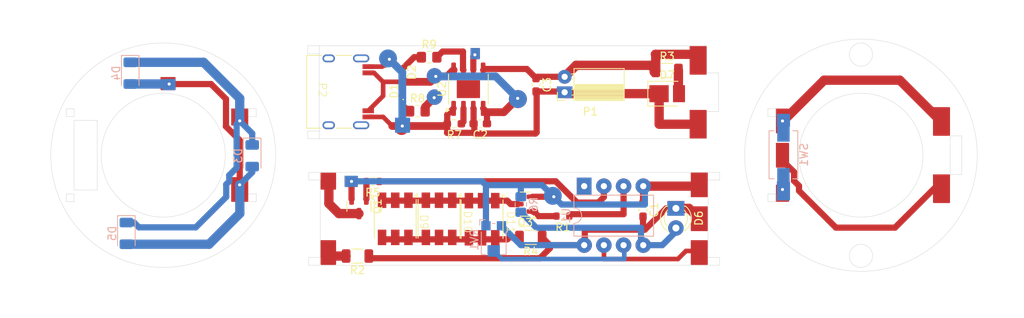
<source format=kicad_pcb>
(kicad_pcb (version 20240108) (generator "pcbnew") (generator_version "8.0")
  (layers (0 "F.Cu" signal) (31 "B.Cu" signal) (34 "B.Paste" user) (35 "F.Paste" user) (36 "B.SilkS" user "B.Silkscreen") (37 "F.SilkS" user "F.Silkscreen") (38 "B.Mask" user) (39 "F.Mask" user) (44 "Edge.Cuts" user))
  (net 0 "")
  (net 1 "Net-(D3-K)")
  (net 2 "Net-(D3-A)")
  (net 3 "/Fotodiode_Sensor/Fotodiode_Sensor_Out")
  (net 4 "+5C")
  (net 5 "GND")
  (net 6 "Net-(D7-A)")
  (net 7 "Net-(D10-A)")
  (net 8 "Net-(D10-K)")
  (net 9 "Net-(Q1-B)")
  (net 10 "Net-(Q3-B)")
  (net 11 "/Inside_LED/Inside_LED_Logic")
  (net 12 "/Outside_LED/Outside_LED_Logic")
  (net 13 "Net-(U1-PB1)")
  (net 14 "Net-(U1-PB2)")
  (net 19 "Net-(U2-PROG)")
  (net 20 "Net-(D1-K)")
  (net 21 "Net-(U2-~{STDBY})")
  (net 22 "Net-(D2-K)")
  (net 23 "Net-(U2-~{CHRG})")
  (net 24 "USB +5V")
  (footprint "Resistor_SMD:R_0603_1608Metric" (layer "F.Cu") (at 151.555 107.87 180)
    (property "Reference" "R1" (at 0 -1.43 0) (layer "F.SilkS"))
    (property "Value" "1k")
    (pad "1" smd roundrect (at -0.825 0 180) (size 0.8 0.95) (layers "F.Cu" "F.Paste" "F.Mask") (net 11 "/Inside_LED/Inside_LED_Logic"))
    (pad "2" smd roundrect (at 0.825 0 180) (size 0.8 0.95) (layers "F.Cu" "F.Paste" "F.Mask") (net 10 "Net-(Q3-B)"))
  )
  (footprint "Resistor_SMD:R_1206_3216Metric" (layer "F.Cu") (at 147.4175 110.62 180)
    (property "Reference" "R4" (at 0 -1.82 0) (layer "F.SilkS"))
    (property "Value" "50")
    (pad "1" smd roundrect (at -1.4625 0 180) (size 1.125 1.75) (layers "F.Cu" "F.Paste" "F.Mask") (roundrect_rratio 0.222222) (net 4 "+5C"))
    (pad "2" smd roundrect (at 1.4625 0 180) (size 1.125 1.75) (layers "F.Cu" "F.Paste" "F.Mask") (roundrect_rratio 0.222222) (net 7 "Net-(D10-A)"))
  )
  (footprint "Resistor_SMD:R_1206_3216Metric" (layer "F.Cu") (at 125.0575 113.03 180)
    (property "Reference" "R2" (at 0 -1.82 0) (layer "F.SilkS"))
    (property "Value" "50")
    (pad "1" smd roundrect (at -1.4625 0 180) (size 1.125 1.75) (layers "F.Cu" "F.Paste" "F.Mask") (roundrect_rratio 0.222222) (net 4 "+5C"))
    (pad "2" smd roundrect (at 1.4625 0 180) (size 1.125 1.75) (layers "F.Cu" "F.Paste" "F.Mask") (roundrect_rratio 0.222222) (net 2 "Net-(D3-A)"))
  )
  (footprint "Connector_PinSocket_2.00mm:PinSocket_1x02_P2.00mm_Horizontal" (layer "F.Cu") (at 151.78 91.87 180)
    (property "Reference" "P1" (at -3.31 -2.5 0) (layer "F.SilkS"))
    (property "Value" "Conn_Plug_2P")
    (pad "1" thru_hole rect (at 0 0 180) (size 2 1.5) (drill 0.8) (layers "*.Cu" "*.Mask") (net 5 "GND"))
    (pad "2" thru_hole circle (at 0 2 180) (size 1.8 1.8) (drill 0.8) (layers "*.Cu" "*.Mask") (net 4 "+5C"))
  )
  (footprint "LED_SMD:LED_0402_1005Metric" (layer "F.Cu") (at 130.95 91.715 90)
    (property "Reference" "D1" (at 0 -1.17 90) (layer "F.SilkS"))
    (property "Value" "LED")
    (pad "1" smd roundrect (at -0.485 0 90) (size 0.59 0.64) (layers "F.Cu" "F.Paste" "F.Mask") (net 20 "Net-(D1-K)"))
    (pad "2" smd roundrect (at 0.485 0 90) (size 0.59 0.64) (layers "F.Cu" "F.Paste" "F.Mask") (net 24 "USB +5V"))
  )
  (footprint "Package_TO_SOT_SMD:SOT-23" (layer "F.Cu") (at 125.25 106.6075 -90)
    (property "Reference" "Q1" (at 0 -2.4 90) (layer "F.SilkS"))
    (property "Value" "BC817")
    (pad "1" smd roundrect (at -0.9375 -0.95 270) (size 1.475 0.6) (layers "F.Cu" "F.Paste" "F.Mask") (net 9 "Net-(Q1-B)"))
    (pad "2" smd roundrect (at -0.9375 0.95 270) (size 1.475 0.6) (layers "F.Cu" "F.Paste" "F.Mask") (net 5 "GND"))
    (pad "3" smd roundrect (at 0.9375 0 270) (size 1.475 0.6) (layers "F.Cu" "F.Paste" "F.Mask") (net 1 "Net-(D3-K)"))
  )
  (footprint "Custom_LED:LED_5050" (layer "F.Cu") (at 140.83 108.17 -90)
    (property "Reference" "D11" (at 0.5 -4 -90) (layer "F.SilkS") (effects (font (thickness 0.1))))
    (property "Value" "LED")
    (pad "1" smd rect (at -2.3 -2) (size 1.1 2) (layers "F.Cu" "F.Paste" "F.Mask") (net 8 "Net-(D10-K)"))
    (pad "1" smd rect (at -2.3 -0.3) (size 1.1 2) (layers "F.Cu" "F.Paste" "F.Mask") (net 8 "Net-(D10-K)"))
    (pad "1" smd rect (at -2.3 1.4) (size 1.1 2) (layers "F.Cu" "F.Paste" "F.Mask") (net 8 "Net-(D10-K)"))
    (pad "2" smd rect (at 2.5 -2) (size 1.1 2) (layers "F.Cu" "F.Paste" "F.Mask") (net 7 "Net-(D10-A)"))
    (pad "2" smd rect (at 2.5 -0.3) (size 1.1 2) (layers "F.Cu" "F.Paste" "F.Mask") (net 7 "Net-(D10-A)"))
    (pad "2" smd rect (at 2.5 1.4) (size 1.1 2) (layers "F.Cu" "F.Paste" "F.Mask") (net 7 "Net-(D10-A)"))
  )
  (footprint "LED_SMD:LED_0402_1005Metric" (layer "F.Cu") (at 130.89 89.295 -90)
    (property "Reference" "D2" (at 0 -1.17 90) (layer "F.SilkS"))
    (property "Value" "LED")
    (pad "1" smd roundrect (at -0.485 0 270) (size 0.59 0.64) (layers "F.Cu" "F.Paste" "F.Mask") (net 22 "Net-(D2-K)"))
    (pad "2" smd roundrect (at 0.485 0 270) (size 0.59 0.64) (layers "F.Cu" "F.Paste" "F.Mask") (net 24 "USB +5V"))
  )
  (footprint "Capacitor_SMD:C_0603_1608Metric_Pad1.08x0.95mm_HandSolder" (layer "F.Cu") (at 140.8975 95.93 180)
    (property "Reference" "C2" (at 0 -1.43 0) (layer "F.SilkS"))
    (property "Value" "10uF")
    (pad "1" smd roundrect (at -0.8625 0 180) (size 1.075 0.95) (layers "F.Cu" "F.Paste" "F.Mask") (net 24 "USB +5V"))
    (pad "2" smd roundrect (at 0.8625 0 180) (size 1.075 0.95) (layers "F.Cu" "F.Paste" "F.Mask") (net 5 "GND"))
  )
  (footprint "LED_SMD:LED_PLCC_2835_Handsoldering" (layer "F.Cu") (at 165.005 92.05)
    (property "Reference" "D7" (at 0 -2.4 0) (layer "F.SilkS"))
    (property "Value" "LED")
    (pad "1" smd rect (at -1.05 0) (size 2.5 2.2) (layers "F.Cu" "F.Paste" "F.Mask") (net 5 "GND"))
    (pad "2" smd rect (at 1.525 0) (size 1.55 2.2) (layers "F.Cu" "F.Paste" "F.Mask") (net 6 "Net-(D7-A)"))
  )
  (footprint "Resistor_SMD:R_1206_3216Metric" (layer "F.Cu") (at 164.9925 89.05)
    (property "Reference" "R3" (at 0 -1.82 0) (layer "F.SilkS"))
    (property "Value" "R")
    (pad "1" smd roundrect (at -1.4625 0) (size 1.125 1.75) (layers "F.Cu" "F.Paste" "F.Mask") (roundrect_rratio 0.222222) (net 4 "+5C"))
    (pad "2" smd roundrect (at 1.4625 0) (size 1.125 1.75) (layers "F.Cu" "F.Paste" "F.Mask") (roundrect_rratio 0.222222) (net 6 "Net-(D7-A)"))
  )
  (footprint "Custom_LED:LED_5050" (layer "F.Cu") (at 135.28 108.12 -90)
    (property "Reference" "D10" (at 0.5 -4 -90) (layer "F.SilkS") (effects (font (thickness 0.1))))
    (property "Value" "LED")
    (pad "1" smd rect (at -2.3 -2) (size 1.1 2) (layers "F.Cu" "F.Paste" "F.Mask") (net 8 "Net-(D10-K)"))
    (pad "1" smd rect (at -2.3 -0.3) (size 1.1 2) (layers "F.Cu" "F.Paste" "F.Mask") (net 8 "Net-(D10-K)"))
    (pad "1" smd rect (at -2.3 1.4) (size 1.1 2) (layers "F.Cu" "F.Paste" "F.Mask") (net 8 "Net-(D10-K)"))
    (pad "2" smd rect (at 2.5 -2) (size 1.1 2) (layers "F.Cu" "F.Paste" "F.Mask") (net 7 "Net-(D10-A)"))
    (pad "2" smd rect (at 2.5 -0.3) (size 1.1 2) (layers "F.Cu" "F.Paste" "F.Mask") (net 7 "Net-(D10-A)"))
    (pad "2" smd rect (at 2.5 1.4) (size 1.1 2) (layers "F.Cu" "F.Paste" "F.Mask") (net 7 "Net-(D10-A)"))
  )
  (footprint "Custom_footprint:USB_C_POWER_ONLY" (layer "F.Cu") (at 120.05 91.57 -90)
    (property "Reference" "P2" (at 0 -0.5 -90) (layer "F.SilkS") (effects (font (thickness 0.1))))
    (property "Value" "USB_C_Plug")
    (pad "A1" smd rect (at -3.01 -6.395 270) (size 0.6 1.45) (layers "F.Cu" "F.Paste" "F.Mask") (net 5 "GND"))
    (pad "A4" smd rect (at -2.21 -6.395 270) (size 0.6 1.45) (layers "F.Cu" "F.Paste" "F.Mask") (net 24 "USB +5V"))
    (pad "A9" smd rect (at 2.69 -6.395 270) (size 0.6 1.45) (layers "F.Cu" "F.Paste" "F.Mask") (net 24 "USB +5V"))
    (pad "A12" smd rect (at 3.49 -6.395 270) (size 0.6 1.45) (layers "F.Cu" "F.Paste" "F.Mask") (net 5 "GND"))
    (pad "B1" smd rect (at 3.49 -6.395 270) (size 0.6 1.45) (layers "F.Cu" "F.Paste" "F.Mask") (net 5 "GND"))
    (pad "B4" smd rect (at 2.69 -6.395 270) (size 0.6 1.45) (layers "F.Cu" "F.Paste" "F.Mask") (net 24 "USB +5V"))
    (pad "B9" smd rect (at -2.21 -6.395 270) (size 0.6 1.45) (layers "F.Cu" "F.Paste" "F.Mask") (net 24 "USB +5V"))
    (pad "B12" smd rect (at -3.01 -6.395 270) (size 0.6 1.45) (layers "F.Cu" "F.Paste" "F.Mask") (net 5 "GND"))
    (pad "S1" thru_hole oval (at -4.08 -5.48 270) (size 1 2.1) (drill oval 0.6 1.7) (property pad_prop_heatsink) (layers "*.Cu" "*.Mask"))
    (pad "S1" thru_hole oval (at -4.08 -1.3 270) (size 1 1.6) (drill oval 0.6 1.2) (property pad_prop_heatsink) (layers "*.Cu" "*.Mask"))
    (pad "S1" thru_hole oval (at 4.56 -5.48 270) (size 1 2.1) (drill oval 0.6 1.7) (property pad_prop_heatsink) (layers "*.Cu" "*.Mask"))
    (pad "S1" thru_hole oval (at 4.56 -1.3 270) (size 1 1.6) (drill oval 0.6 1.2) (property pad_prop_heatsink) (layers "*.Cu" "*.Mask"))
  )
  (footprint "Resistor_SMD:R_0603_1608Metric" (layer "F.Cu") (at 127.035 103.4 180)
    (property "Reference" "R5" (at 0 -1.43 0) (layer "F.SilkS"))
    (property "Value" "1k")
    (pad "1" smd roundrect (at -0.825 0 180) (size 0.8 0.95) (layers "F.Cu" "F.Paste" "F.Mask") (net 12 "/Outside_LED/Outside_LED_Logic"))
    (pad "2" smd roundrect (at 0.825 0 180) (size 0.8 0.95) (layers "F.Cu" "F.Paste" "F.Mask") (net 9 "Net-(Q1-B)"))
  )
  (footprint "Package_SO:SOIC-8-1EP_3.9x4.9mm_P1.27mm_EP2.29x3mm" (layer "F.Cu") (at 139.365 91.475 90)
    (property "Reference" "U2" (at 0 -3.4 90) (layer "F.SilkS"))
    (property "Value" "TP4056")
    (pad "1" smd roundrect (at -2.475 -1.905 90) (size 1.95 0.6) (layers "F.Cu" "F.Paste" "F.Mask") (net 5 "GND"))
    (pad "2" smd roundrect (at -2.475 -0.635 90) (size 1.95 0.6) (layers "F.Cu" "F.Paste" "F.Mask") (net 19 "Net-(U2-PROG)"))
    (pad "3" smd roundrect (at -2.475 0.635 90) (size 1.95 0.6) (layers "F.Cu" "F.Paste" "F.Mask") (net 5 "GND"))
    (pad "4" smd roundrect (at -2.475 1.905 90) (size 1.95 0.6) (layers "F.Cu" "F.Paste" "F.Mask") (net 24 "USB +5V"))
    (pad "5" smd roundrect (at 2.475 1.905 90) (size 1.95 0.6) (layers "F.Cu" "F.Paste" "F.Mask") (net 4 "+5C"))
    (pad "6" smd roundrect (at 2.475 0.635 90) (size 1.95 0.6) (layers "F.Cu" "F.Paste" "F.Mask") (net 21 "Net-(U2-~{STDBY})"))
    (pad "7" smd roundrect (at 2.475 -0.635 90) (size 1.95 0.6) (layers "F.Cu" "F.Paste" "F.Mask") (net 23 "Net-(U2-~{CHRG})"))
    (pad "8" smd roundrect (at 2.475 -1.905 90) (size 1.95 0.6) (layers "F.Cu" "F.Paste" "F.Mask") (net 24 "USB +5V"))
    (pad "9" smd rect (at 0 0 90) (size 2.29 3) (property pad_prop_heatsink) (layers "F.Cu" "F.Mask"))
  )
  (footprint "Capacitor_SMD:C_0603_1608Metric_Pad1.08x0.95mm_HandSolder" (layer "F.Cu") (at 161.89 107.0725 -90)
    (property "Reference" "C1" (at 0 -1.43 90) (layer "F.SilkS"))
    (property "Value" "100nF")
    (pad "1" smd roundrect (at -0.8625 0 270) (size 1.075 0.95) (layers "F.Cu" "F.Paste" "F.Mask") (net 5 "GND"))
    (pad "2" smd roundrect (at 0.8625 0 270) (size 1.075 0.95) (layers "F.Cu" "F.Paste" "F.Mask") (net 4 "+5C"))
  )
  (footprint "Resistor_SMD:R_0603_1608Metric_Pad0.98x0.95mm_HandSolder" (layer "F.Cu") (at 137.5475 95.94 180)
    (property "Reference" "R7" (at 0 -1.43 180) (layer "F.SilkS"))
    (property "Value" "4k")
    (pad "1" smd roundrect (at -0.9125 0 180) (size 0.975 0.95) (layers "F.Cu" "F.Paste" "F.Mask") (net 19 "Net-(U2-PROG)"))
    (pad "2" smd roundrect (at 0.9125 0 180) (size 0.975 0.95) (layers "F.Cu" "F.Paste" "F.Mask") (net 5 "GND"))
  )
  (footprint "Resistor_SMD:R_0805_2012Metric_Pad1.20x1.40mm_HandSolder" (layer "F.Cu") (at 132.79 94.31)
    (property "Reference" "R8" (at 0 -1.65 0) (layer "F.SilkS"))
    (property "Value" "1k")
    (pad "1" smd roundrect (at -1 0) (size 1.2 1.4) (layers "F.Cu" "F.Paste" "F.Mask") (roundrect_rratio 0.208333) (net 20 "Net-(D1-K)"))
    (pad "2" smd roundrect (at 1 0) (size 1.2 1.4) (layers "F.Cu" "F.Paste" "F.Mask") (roundrect_rratio 0.208333) (net 21 "Net-(U2-~{STDBY})"))
  )
  (footprint "Capacitor_SMD:C_0603_1608Metric_Pad1.08x0.95mm_HandSolder" (layer "F.Cu") (at 148.09 90.9125 -90)
    (property "Reference" "C3" (at 0 -1.43 90) (layer "F.SilkS"))
    (property "Value" "10uF")
    (pad "1" smd roundrect (at -0.8625 0 270) (size 1.075 0.95) (layers "F.Cu" "F.Paste" "F.Mask") (net 4 "+5C"))
    (pad "2" smd roundrect (at 0.8625 0 270) (size 1.075 0.95) (layers "F.Cu" "F.Paste" "F.Mask") (net 5 "GND"))
  )
  (footprint "Custom_LED:LED_5050" (layer "F.Cu") (at 129.63 108.12 -90)
    (property "Reference" "D9" (at 0.5 -4 -90) (layer "F.SilkS") (effects (font (thickness 0.1))))
    (property "Value" "LED")
    (pad "1" smd rect (at -2.3 -2) (size 1.1 2) (layers "F.Cu" "F.Paste" "F.Mask") (net 8 "Net-(D10-K)"))
    (pad "1" smd rect (at -2.3 -0.3) (size 1.1 2) (layers "F.Cu" "F.Paste" "F.Mask") (net 8 "Net-(D10-K)"))
    (pad "1" smd rect (at -2.3 1.4) (size 1.1 2) (layers "F.Cu" "F.Paste" "F.Mask") (net 8 "Net-(D10-K)"))
    (pad "2" smd rect (at 2.5 -2) (size 1.1 2) (layers "F.Cu" "F.Paste" "F.Mask") (net 7 "Net-(D10-A)"))
    (pad "2" smd rect (at 2.5 -0.3) (size 1.1 2) (layers "F.Cu" "F.Paste" "F.Mask") (net 7 "Net-(D10-A)"))
    (pad "2" smd rect (at 2.5 1.4) (size 1.1 2) (layers "F.Cu" "F.Paste" "F.Mask") (net 7 "Net-(D10-A)"))
  )
  (footprint "Resistor_SMD:R_0805_2012Metric_Pad1.20x1.40mm_HandSolder" (layer "F.Cu") (at 134.3 87.34)
    (property "Reference" "R9" (at 0 -1.65 0) (layer "F.SilkS"))
    (property "Value" "1k")
    (pad "1" smd roundrect (at -1 0) (size 1.2 1.4) (layers "F.Cu" "F.Paste" "F.Mask") (roundrect_rratio 0.208333) (net 22 "Net-(D2-K)"))
    (pad "2" smd roundrect (at 1 0) (size 1.2 1.4) (layers "F.Cu" "F.Paste" "F.Mask") (roundrect_rratio 0.208333) (net 23 "Net-(U2-~{CHRG})"))
  )
  (footprint "LED_THT:LED_D3.0mm" (layer "F.Cu") (at 166.13 106.87 -90)
    (property "Reference" "D6" (at 1.27 -2.96 90) (layer "F.SilkS"))
    (property "Value" "D_Photo")
    (pad "1" thru_hole rect (at 0 0 270) (size 1.9 2.2) (drill 0.9) (layers "*.Cu" "*.Mask") (net 4 "+5C"))
    (pad "2" thru_hole circle (at 2.54 0 270) (size 2 2) (drill 0.9) (layers "*.Cu" "*.Mask") (net 3 "/Fotodiode_Sensor/Fotodiode_Sensor_Out"))
  )
  (footprint "Package_TO_SOT_SMD:SOT-23" (layer "F.Cu") (at 146.6925 106.32 180)
    (property "Reference" "Q3" (at 0 -2.4 0) (layer "F.SilkS"))
    (property "Value" "BC817")
    (pad "1" smd roundrect (at -0.9375 -0.95 180) (size 1.475 0.6) (layers "F.Cu" "F.Paste" "F.Mask") (net 10 "Net-(Q3-B)"))
    (pad "2" smd roundrect (at -0.9375 0.95 180) (size 1.475 0.6) (layers "F.Cu" "F.Paste" "F.Mask") (net 5 "GND"))
    (pad "3" smd roundrect (at 0.9375 0 180) (size 1.475 0.6) (layers "F.Cu" "F.Paste" "F.Mask") (net 8 "Net-(D10-K)"))
  )
  (footprint "LED_SMD:LED_1206_3216Metric" (layer "B.Cu") (at 95.25 110.1 -90)
    (property "Reference" "D5" (at 0 1.82 90) (layer "B.SilkS") (effects (justify mirror)))
    (property "Value" "LED")
    (pad "1" smd roundrect (at -1.4 0 270) (size 1.25 1.75) (layers "B.Cu" "B.Paste" "B.Mask") (roundrect_rratio 0.2) (net 1 "Net-(D3-K)"))
    (pad "2" smd roundrect (at 1.4 0 270) (size 1.25 1.75) (layers "B.Cu" "B.Paste" "B.Mask") (roundrect_rratio 0.2) (net 2 "Net-(D3-A)"))
  )
  (footprint "Resistor_SMD:R_0805_2012Metric_Pad1.20x1.40mm_HandSolder" (layer "B.Cu") (at 146.13 106.37 90)
    (property "Reference" "R6" (at 0 1.65 90) (layer "B.SilkS") (effects (justify mirror)))
    (property "Value" "10k")
    (pad "1" smd roundrect (at -1 0 90) (size 1.2 1.4) (layers "B.Cu" "B.Paste" "B.Mask") (roundrect_rratio 0.208333) (net 3 "/Fotodiode_Sensor/Fotodiode_Sensor_Out"))
    (pad "2" smd roundrect (at 1 0 90) (size 1.2 1.4) (layers "B.Cu" "B.Paste" "B.Mask") (roundrect_rratio 0.208333) (net 5 "GND"))
  )
  (footprint "LED_SMD:LED_1206_3216Metric" (layer "B.Cu") (at 111.48 100.07 -90)
    (property "Reference" "D3" (at 0 1.82 90) (layer "B.SilkS") (effects (justify mirror)))
    (property "Value" "LED")
    (pad "1" smd roundrect (at -1.4 0 270) (size 1.25 1.75) (layers "B.Cu" "B.Paste" "B.Mask") (roundrect_rratio 0.2) (net 1 "Net-(D3-K)"))
    (pad "2" smd roundrect (at 1.4 0 270) (size 1.25 1.75) (layers "B.Cu" "B.Paste" "B.Mask") (roundrect_rratio 0.2) (net 2 "Net-(D3-A)"))
  )
  (footprint "Package_DIP:DIP-8_W7.62mm" (layer "B.Cu") (at 154.3 104 -90)
    (property "Reference" "U1" (at 3.81 2.33 90) (layer "B.SilkS") (effects (justify mirror)))
    (property "Value" "ATtiny13-20P")
    (pad "1" thru_hole rect (at 0 0 270) (size 2.2 1.9) (drill 0.8) (layers "*.Cu" "*.Mask"))
    (pad "2" thru_hole circle (at 0 -2.54 270) (size 2 2) (drill 0.8) (layers "*.Cu" "*.Mask") (net 12 "/Outside_LED/Outside_LED_Logic"))
    (pad "3" thru_hole circle (at 0 -5.08 270) (size 2 2) (drill 0.8) (layers "*.Cu" "*.Mask") (net 11 "/Inside_LED/Inside_LED_Logic"))
    (pad "4" thru_hole circle (at 0 -7.62 270) (size 2 2) (drill 0.8) (layers "*.Cu" "*.Mask") (net 5 "GND"))
    (pad "5" thru_hole circle (at 7.62 -7.62 270) (size 2 2) (drill 0.8) (layers "*.Cu" "*.Mask") (net 3 "/Fotodiode_Sensor/Fotodiode_Sensor_Out"))
    (pad "6" thru_hole circle (at 7.62 -5.08 270) (size 2 2) (drill 0.8) (layers "*.Cu" "*.Mask") (net 13 "Net-(U1-PB1)"))
    (pad "7" thru_hole circle (at 7.62 -2.54 270) (size 2 2) (drill 0.8) (layers "*.Cu" "*.Mask") (net 14 "Net-(U1-PB2)"))
    (pad "8" thru_hole circle (at 7.62 0 270) (size 2 2) (drill 0.8) (layers "*.Cu" "*.Mask") (net 4 "+5C"))
  )
  (footprint "Potentiometer_SMD:Potentiometer_Bourns_TC33X_Vertical" (layer "B.Cu") (at 142.63 110.92 -90)
    (property "Reference" "RV1" (at 0 2.5 90) (layer "B.SilkS") (effects (justify mirror)))
    (property "Value" "R_Potentiometer")
    (pad "1" smd rect (at -1.8 1 270) (size 1.2 1.2) (layers "B.Cu" "B.Paste" "B.Mask") (net 5 "GND"))
    (pad "2" smd rect (at 1.45 0 270) (size 1.5 1.6) (layers "B.Cu" "B.Paste" "B.Mask") (net 13 "Net-(U1-PB1)"))
    (pad "3" smd rect (at -1.8 -1 270) (size 1.2 1.2) (layers "B.Cu" "B.Paste" "B.Mask") (net 4 "+5C"))
  )
  (footprint "LED_SMD:LED_1206_3216Metric" (layer "B.Cu") (at 95.75 89.4 -90)
    (property "Reference" "D4" (at 0 1.82 90) (layer "B.SilkS") (effects (justify mirror)))
    (property "Value" "LED")
    (pad "1" smd roundrect (at -1.4 0 270) (size 1.25 1.75) (layers "B.Cu" "B.Paste" "B.Mask") (roundrect_rratio 0.2) (net 1 "Net-(D3-K)"))
    (pad "2" smd roundrect (at 1.4 0 270) (size 1.25 1.75) (layers "B.Cu" "B.Paste" "B.Mask") (roundrect_rratio 0.2) (net 2 "Net-(D3-A)"))
  )
  (footprint "Button_Switch_SMD:SW_SPST_EVQPE1" (layer "B.Cu") (at 180 99.95 90)
    (property "Reference" "SW1" (at 0 2.65 90) (layer "B.SilkS") (effects (justify mirror)))
    (property "Value" "SW_Push")
    (pad "1" smd rect (at -2.7 0 90) (size 2 1.6) (layers "B.Cu" "B.Paste" "B.Mask") (net 14 "Net-(U1-PB2)"))
    (pad "2" smd rect (at 2.7 0 90) (size 2 1.6) (layers "B.Cu" "B.Paste" "B.Mask") (net 5 "GND"))
  )
  (gr_rect (start 139.75 86.25) (end 140.75 87.5) (stroke (width 0.2)) (fill solid) (layer "F.Cu") (net 21))
  (gr_circle (center 150.25 105.5) (end 150.957107 105.5) (stroke (width 0.2)) (fill solid) (layer "F.Cu") (net 5))
  (gr_rect (start 168 94.25) (end 170 97.75) (stroke (width 0.2)) (fill solid) (layer "F.Cu") (net 5))
  (gr_rect (start 168.15 106.705) (end 170.15 109.705) (stroke (width 0.2)) (fill solid) (layer "F.Cu") (net 4))
  (gr_rect (start 108.87 94.07) (end 110.87 96.07) (stroke (width 0.2)) (fill solid) (layer "F.Cu") (net 1))
  (gr_circle (center 135 89.75) (end 135.901388 89.75) (stroke (width 0.2)) (fill solid) (layer "F.Cu") (net 24))
  (gr_rect (start 199.39 93.89) (end 201.39 97.39) (stroke (width 0.2)) (fill solid) (layer "F.Cu") (net 5))
  (gr_rect (start 120.4 102.35) (end 122.2 104.35) (stroke (width 0.2)) (fill solid) (layer "F.Cu") (net 1))
  (gr_circle (center 145.75 92.75) (end 146.81066 92.75) (stroke (width 0.2)) (fill solid) (layer "F.Cu") (net 24))
  (gr_rect (start 168 86) (end 170 89.5) (stroke (width 0.2)) (fill solid) (layer "F.Cu") (net 4))
  (gr_rect (start 168.15 111.08) (end 170.15 114.08) (stroke (width 0.2)) (fill solid) (layer "F.Cu") (net 14))
  (gr_rect (start 168.15 102.33) (end 170.15 105.33) (stroke (width 0.2)) (fill solid) (layer "F.Cu") (net 5))
  (gr_rect (start 199.39 102.58) (end 201.39 106.08) (stroke (width 0.2)) (fill solid) (layer "F.Cu") (net 5))
  (gr_rect (start 123.5 102.75) (end 125 104) (stroke (width 0.2)) (fill solid) (layer "F.Cu") (net 5))
  (gr_circle (center 130.75 96.5) (end 131.540569 96.5) (stroke (width 0.2)) (fill solid) (layer "F.Cu") (net 5))
  (gr_rect (start 99.75 90) (end 101.5 91.5) (stroke (width 0.2)) (fill solid) (layer "F.Cu") (net 2))
  (gr_rect (start 120.4 111.08) (end 122.2 114.08) (stroke (width 0.2)) (fill solid) (layer "F.Cu") (net 2))
  (gr_rect (start 108.87 102.93) (end 110.87 105.93) (stroke (width 0.2)) (fill solid) (layer "F.Cu") (net 2))
  (gr_circle (center 135 92.5) (end 135.901388 92.5) (stroke (width 0.2)) (fill solid) (layer "F.Cu") (net 21))
  (gr_rect (start 179.13 94.08) (end 180.63 97.08) (stroke (width 0.2)) (fill solid) (layer "F.Cu") (net 5))
  (gr_circle (center 129 87.5) (end 129.901388 87.5) (stroke (width 0.2)) (fill solid) (layer "F.Cu") (net 5))
  (gr_rect (start 179.13 98.505) (end 180.63 101.505) (stroke (width 0.2)) (fill solid) (layer "F.Cu") (net 5))
  (gr_rect (start 179.13 103.92) (end 180.63 105.92) (stroke (width 0.2)) (fill solid) (layer "F.Cu") (net 14))
  (gr_circle (center 145.75 92.75) (end 146.81066 92.75) (stroke (width 0.2)) (fill solid) (layer "B.Cu") (net 24))
  (gr_circle (center 150.25 105.25) (end 151.31066 105.25) (stroke (width 0.2)) (fill solid) (layer "B.Cu") (net 5))
  (gr_circle (center 129 87.5) (end 130.06066 87.5) (stroke (width 0.2)) (fill solid) (layer "B.Cu") (net 5))
  (gr_rect (start 179.25 103.5) (end 180.75 105.75) (stroke (width 0.2)) (fill solid) (layer "B.Cu") (net 14))
  (gr_rect (start 123.5 102.75) (end 125 104) (stroke (width 0.2)) (fill solid) (layer "B.Cu") (net 5))
  (gr_circle (center 135 89.75) (end 135.901388 89.75) (stroke (width 0.2)) (fill solid) (layer "B.Cu") (net 24))
  (gr_rect (start 179.25 94.75) (end 180.75 96.25) (stroke (width 0.2)) (fill solid) (layer "B.Cu") (net 5))
  (gr_circle (center 135 92.5) (end 135.901388 92.5) (stroke (width 0.2)) (fill solid) (layer "B.Cu") (net 21))
  (gr_rect (start 100 90.25) (end 101.5 91.5) (stroke (width 0.2)) (fill solid) (layer "B.Cu") (net 2))
  (gr_rect (start 139.75 86.25) (end 140.75 87.5) (stroke (width 0.2)) (fill solid) (layer "B.Cu") (net 21))
  (gr_rect (start 130 95.25) (end 131.75 97) (stroke (width 0.2)) (fill solid) (layer "B.Cu") (net 5))
  (gr_line (start 178 106) (end 179 106) (stroke (width 0.05)) (layer "Edge.Cuts"))
  (gr_line (start 120.13 85.87) (end 120.13 97.87) (stroke (width 0.05)) (layer "Edge.Cuts"))
  (gr_line (start 170.13 97.87) (end 170.13 94.37) (stroke (width 0.05)) (layer "Edge.Cuts"))
  (gr_line (start 178 94) (end 178 95) (stroke (width 0.05)) (layer "Edge.Cuts"))
  (gr_line (start 118.77 103.21) (end 118.77 102.21) (stroke (width 0.05)) (layer "Edge.Cuts"))
  (gr_line (start 171.77 113.21) (end 171.77 114.21) (stroke (width 0.05)) (layer "Edge.Cuts"))
  (gr_line (start 112 105) (end 111 105) (stroke (width 0.05)) (layer "Edge.Cuts"))
  (gr_circle (center 190 87) (end 191.5 87) (stroke (width 0.05)) (fill none) (layer "Edge.Cuts"))
  (gr_line (start 111 106) (end 112 106) (stroke (width 0.05)) (layer "Edge.Cuts"))
  (gr_line (start 88.5 104.5) (end 91.5 104.5) (stroke (width 0.05)) (layer "Edge.Cuts"))
  (gr_line (start 88.5 94) (end 87.5 94) (stroke (width 0.05)) (layer "Edge.Cuts"))
  (gr_line (start 170.27 103.21) (end 171.77 103.21) (stroke (width 0.05)) (layer "Edge.Cuts"))
  (gr_line (start 170.13 89.37) (end 171.63 89.37) (stroke (width 0.05)) (layer "Edge.Cuts"))
  (gr_line (start 120.13 97.87) (end 170.13 97.87) (stroke (width 0.05)) (layer "Edge.Cuts"))
  (gr_line (start 170.13 89.37) (end 170.13 85.87) (stroke (width 0.05)) (layer "Edge.Cuts"))
  (gr_line (start 111 95) (end 112 95) (stroke (width 0.05)) (layer "Edge.Cuts"))
  (gr_line (start 178 105) (end 178 106) (stroke (width 0.05)) (layer "Edge.Cuts"))
  (gr_line (start 171.77 102.21) (end 118.77 102.21) (stroke (width 0.05)) (layer "Edge.Cuts"))
  (gr_line (start 120.13 85.87) (end 118.63 85.87) (stroke (width 0.05)) (layer "Edge.Cuts"))
  (gr_line (start 178 95) (end 179 95) (stroke (width 0.05)) (layer "Edge.Cuts"))
  (gr_line (start 179 106) (end 179 105) (stroke (width 0.05)) (layer "Edge.Cuts"))
  (gr_line (start 118.63 97.87) (end 118.63 96.87) (stroke (width 0.05)) (layer "Edge.Cuts"))
  (gr_line (start 111 94) (end 111 95) (stroke (width 0.05)) (layer "Edge.Cuts"))
  (gr_line (start 112 94) (end 111 94) (stroke (width 0.05)) (layer "Edge.Cuts"))
  (gr_line (start 118.77 114.21) (end 118.77 113.21) (stroke (width 0.05)) (layer "Edge.Cuts"))
  (gr_line (start 112 95) (end 112 94) (stroke (width 0.05)) (layer "Edge.Cuts"))
  (gr_line (start 87.5 95) (end 88.5 95) (stroke (width 0.05)) (layer "Edge.Cuts"))
  (gr_line (start 120.13 86.87) (end 118.63 86.87) (stroke (width 0.05)) (layer "Edge.Cuts"))
  (gr_line (start 88.5 95.5) (end 88.5 104.5) (stroke (width 0.05)) (layer "Edge.Cuts"))
  (gr_line (start 120.13 97.87) (end 118.63 97.87) (stroke (width 0.05)) (layer "Edge.Cuts"))
  (gr_line (start 91.5 104.5) (end 91.5 95.5) (stroke (width 0.05)) (layer "Edge.Cuts"))
  (gr_line (start 118.77 114.21) (end 171.77 114.21) (stroke (width 0.05)) (layer "Edge.Cuts"))
  (gr_circle (center 100 100) (end 114.5 100) (stroke (width 0.05)) (fill none) (layer "Edge.Cuts"))
  (gr_line (start 170.13 94.37) (end 171.63 94.37) (stroke (width 0.05)) (layer "Edge.Cuts"))
  (gr_line (start 88.5 105) (end 87.5 105) (stroke (width 0.05)) (layer "Edge.Cuts"))
  (gr_line (start 87.5 94) (end 87.5 95) (stroke (width 0.05)) (layer "Edge.Cuts"))
  (gr_line (start 112 106) (end 112 105) (stroke (width 0.05)) (layer "Edge.Cuts"))
  (gr_line (start 120.13 96.87) (end 118.63 96.87) (stroke (width 0.05)) (layer "Edge.Cuts"))
  (gr_line (start 170.27 113.21) (end 171.77 113.21) (stroke (width 0.05)) (layer "Edge.Cuts"))
  (gr_line (start 120.27 103.21) (end 120.27 113.21) (stroke (width 0.05)) (layer "Edge.Cuts"))
  (gr_line (start 203 97.5) (end 201.5 97.5) (stroke (width 0.05)) (layer "Edge.Cuts"))
  (gr_line (start 88.5 106) (end 88.5 105) (stroke (width 0.05)) (layer "Edge.Cuts"))
  (gr_line (start 91.5 95.5) (end 88.5 95.5) (stroke (width 0.05)) (layer "Edge.Cuts"))
  (gr_line (start 179 95) (end 179 94) (stroke (width 0.05)) (layer "Edge.Cuts"))
  (gr_line (start 170.13 85.87) (end 120.13 85.87) (stroke (width 0.05)) (layer "Edge.Cuts"))
  (gr_line (start 201.5 97.5) (end 201.5 102.5) (stroke (width 0.05)) (layer "Edge.Cuts"))
  (gr_circle (center 190 113) (end 191.5 113) (stroke (width 0.05)) (fill none) (layer "Edge.Cuts"))
  (gr_line (start 201.5 102.5) (end 203 102.5) (stroke (width 0.05)) (layer "Edge.Cuts"))
  (gr_line (start 170.27 113.21) (end 170.27 103.21) (stroke (width 0.05)) (layer "Edge.Cuts"))
  (gr_line (start 171.63 89.37) (end 171.63 94.37) (stroke (width 0.05)) (layer "Edge.Cuts"))
  (gr_line (start 171.77 102.21) (end 171.77 103.21) (stroke (width 0.05)) (layer "Edge.Cuts"))
  (gr_line (start 120.27 103.21) (end 118.77 103.21) (stroke (width 0.05)) (layer "Edge.Cuts"))
  (gr_line (start 120.27 113.21) (end 118.77 113.21) (stroke (width 0.05)) (layer "Edge.Cuts"))
  (gr_line (start 111 105) (end 111 106) (stroke (width 0.05)) (layer "Edge.Cuts"))
  (gr_line (start 118.63 86.87) (end 118.63 85.87) (stroke (width 0.05)) (layer "Edge.Cuts"))
  (gr_line (start 88.5 95) (end 88.5 94) (stroke (width 0.05)) (layer "Edge.Cuts"))
  (gr_line (start 87.5 105) (end 87.5 106) (stroke (width 0.05)) (layer "Edge.Cuts"))
  (gr_line (start 179 94) (end 178 94) (stroke (width 0.05)) (layer "Edge.Cuts"))
  (gr_line (start 179 105) (end 178 105) (stroke (width 0.05)) (layer "Edge.Cuts"))
  (gr_circle (center 190 100) (end 198 100) (stroke (width 0.05)) (fill none) (layer "Edge.Cuts"))
  (gr_circle (center 190 100) (end 205 100) (stroke (width 0.05)) (fill none) (layer "Edge.Cuts"))
  (gr_line (start 87.5 106) (end 88.5 106) (stroke (width 0.05)) (layer "Edge.Cuts"))
  (gr_circle (center 100 100) (end 108 100) (stroke (width 0.05)) (fill none) (layer "Edge.Cuts"))
  (gr_line (start 203 102.5) (end 203 97.5) (stroke (width 0.05)) (layer "Edge.Cuts"))
  (segment (start 121.37 106.25) (end 121.37 103.85) (width 1.2) (layer "F.Cu") (net 1))
  (segment (start 122.665 107.545) (end 121.37 106.25) (width 1.2) (layer "F.Cu") (net 1))
  (segment (start 125.25 107.545) (end 122.665 107.545) (width 1.2) (layer "F.Cu") (net 1))
  (via (at 109.87 95.57) (size 0.8) (drill 0.4) (layers "F.Cu" "B.Cu") (net 1))
  (segment (start 95.75 88) (end 105.21 88) (width 1.2) (layer "B.Cu") (net 1))
  (segment (start 109.87 95.57) (end 111.48 97.18) (width 0.8) (layer "B.Cu") (net 1))
  (segment (start 96.87 109.32) (end 104.2 109.32) (width 0.8) (layer "B.Cu") (net 1))
  (segment (start 111.48 97.18) (end 111.48 98.67) (width 0.8) (layer "B.Cu") (net 1))
  (segment (start 108.13 105.39) (end 108.13 103.77) (width 0.8) (layer "B.Cu") (net 1))
  (segment (start 95.25 108.7) (end 96.25 108.7) (width 0.8) (layer "B.Cu") (net 1))
  (segment (start 108.519979 103.380021) (end 108.519979 102.583825) (width 0.8) (layer "B.Cu") (net 1))
  (segment (start 104.2 109.32) (end 108.13 105.39) (width 0.8) (layer "B.Cu") (net 1))
  (segment (start 105.21 88) (end 109.87 92.66) (width 1.2) (layer "B.Cu") (net 1))
  (segment (start 109.47 95.97) (end 109.87 95.57) (width 0.8) (layer "B.Cu") (net 1))
  (segment (start 96.25 108.7) (end 96.87 109.32) (width 0.8) (layer "B.Cu") (net 1))
  (segment (start 109.47 101.64) (end 109.47 95.97) (width 0.8) (layer "B.Cu") (net 1))
  (segment (start 108.519979 102.583825) (end 108.526175 102.583825) (width 0.8) (layer "B.Cu") (net 1))
  (segment (start 108.13 103.77) (end 108.519979 103.380021) (width 0.8) (layer "B.Cu") (net 1))
  (segment (start 108.526175 102.583825) (end 109.47 101.64) (width 0.8) (layer "B.Cu") (net 1))
  (segment (start 109.87 92.66) (end 109.87 95.57) (width 1.2) (layer "B.Cu") (net 1))
  (segment (start 123.595 113.03) (end 121.82 113.03) (width 1.2) (layer "F.Cu") (net 2))
  (segment (start 108.1 96.279189) (end 108.1 92.74) (width 0.8) (layer "F.Cu") (net 2))
  (segment (start 109.87 104.43) (end 109.87 98.065813) (width 0.8) (layer "F.Cu") (net 2))
  (segment (start 109.87 98.065813) (end 108.091688 96.287501) (width 0.8) (layer "F.Cu") (net 2))
  (segment (start 108.091688 96.287501) (end 108.1 96.279189) (width 0.8) (layer "F.Cu") (net 2))
  (segment (start 106.17 90.81) (end 100.77 90.81) (width 0.8) (layer "F.Cu") (net 2))
  (segment (start 121.82 113.03) (end 121.37 112.58) (width 1.2) (layer "F.Cu") (net 2))
  (segment (start 108.1 92.74) (end 106.17 90.81) (width 0.8) (layer "F.Cu") (net 2))
  (via (at 109.86 103.83) (size 0.8) (drill 0.4) (layers "F.Cu" "B.Cu") (net 2))
  (via (at 100.77 90.81) (size 0.8) (drill 0.4) (layers "F.Cu" "B.Cu") (net 2))
  (segment (start 109.88 103.85) (end 109.86 103.83) (width 1.2) (layer "B.Cu") (net 2))
  (segment (start 100.76 90.8) (end 100.77 90.81) (width 1.2) (layer "B.Cu") (net 2))
  (segment (start 109.86 103.83) (end 111.48 102.21) (width 0.8) (layer "B.Cu") (net 2))
  (segment (start 105.91 111.5) (end 109.88 107.53) (width 1.2) (layer "B.Cu") (net 2))
  (segment (start 95.25 111.5) (end 105.91 111.5) (width 1.2) (layer "B.Cu") (net 2))
  (segment (start 109.88 107.53) (end 109.88 103.85) (width 1.2) (layer "B.Cu") (net 2))
  (segment (start 111.48 102.21) (end 111.48 101.47) (width 0.8) (layer "B.Cu") (net 2))
  (segment (start 95.75 90.8) (end 100.76 90.8) (width 1.2) (layer "B.Cu") (net 2))
  (segment (start 162.13 111.41) (end 161.92 111.62) (width 0.8) (layer "B.Cu") (net 3))
  (segment (start 166.13 109.41) (end 166.13 109.87) (width 0.8) (layer "B.Cu") (net 3))
  (segment (start 166.13 109.87) (end 164.38 111.62) (width 0.8) (layer "B.Cu") (net 3))
  (segment (start 161.63 109.37) (end 148.13 109.37) (width 0.8) (layer "B.Cu") (net 3))
  (segment (start 148.13 109.37) (end 146.13 107.37) (width 0.8) (layer "B.Cu") (net 3))
  (segment (start 161.92 111.62) (end 161.63 111.33) (width 0.8) (layer "B.Cu") (net 3))
  (segment (start 164.38 111.62) (end 161.92 111.62) (width 0.8) (layer "B.Cu") (net 3))
  (segment (start 161.63 111.33) (end 161.63 109.37) (width 0.8) (layer "B.Cu") (net 3))
  (segment (start 146.9 88.86) (end 141.41 88.86) (width 0.8) (layer "F.Cu") (net 4))
  (segment (start 163.53 89.05) (end 162.87 88.39) (width 1.2) (layer "F.Cu") (net 4))
  (segment (start 169.15 108.205) (end 167.815 106.87) (width 1.2) (layer "F.Cu") (net 4))
  (segment (start 166.13 106.87) (end 164.88 106.87) (width 0.8) (layer "F.Cu") (net 4))
  (segment (start 149.88 112.02) (end 148.59 113.31) (width 0.8) (layer "F.Cu") (net 4))
  (segment (start 148.27 89.87) (end 148.09 90.05) (width 0.8) (layer "F.Cu") (net 4))
  (segment (start 154.38 111.54) (end 154.3 111.62) (width 0.8) (layer "F.Cu") (net 4))
  (segment (start 149.88 111.62) (end 154.3 111.62) (width 0.8) (layer "F.Cu") (net 4))
  (segment (start 163.53 87.01) (end 163.49 86.97) (width 1.2) (layer "F.Cu") (net 4))
  (segment (start 161.89 109.38) (end 162.13 109.62) (width 0.8) (layer "F.Cu") (net 4))
  (segment (start 126.8 113.31) (end 126.52 113.03) (width 0.8) (layer "F.Cu") (net 4))
  (segment (start 168.22 86.97) (end 169 87.75) (width 1.2) (layer "F.Cu") (net 4))
  (segment (start 163.33 89.25) (end 163.53 89.05) (width 1.2) (layer "F.Cu") (net 4))
  (segment (start 141.41 88.86) (end 141.27 89) (width 0.8) (layer "F.Cu") (net 4))
  (segment (start 153.26 88.39) (end 151.78 89.87) (width 1.2) (layer "F.Cu") (net 4))
  (segment (start 151.78 89.87) (end 148.27 89.87) (width 0.8) (layer "F.Cu") (net 4))
  (segment (start 146.9 88.86) (end 148.09 90.05) (width 0.8) (layer "F.Cu") (net 4))
  (segment (start 163.53 89.05) (end 163.53 87.01) (width 1.2) (layer "F.Cu") (net 4))
  (segment (start 164.88 106.87) (end 162.13 109.62) (width 0.8) (layer "F.Cu") (net 4))
  (segment (start 163.49 86.97) (end 168.22 86.97) (width 1.2) (layer "F.Cu") (net 4))
  (segment (start 161.89 107.935) (end 161.89 109.38) (width 0.8) (layer "F.Cu") (net 4))
  (segment (start 167.815 106.87) (end 166.13 106.87) (width 1.2) (layer "F.Cu") (net 4))
  (segment (start 148.59 113.31) (end 126.8 113.31) (width 0.8) (layer "F.Cu") (net 4))
  (segment (start 154.38 109.62) (end 154.38 111.54) (width 0.8) (layer "F.Cu") (net 4))
  (segment (start 162.13 109.62) (end 154.38 109.62) (width 0.8) (layer "F.Cu") (net 4))
  (segment (start 162.87 88.39) (end 153.26 88.39) (width 1.2) (layer "F.Cu") (net 4))
  (segment (start 148.88 110.62) (end 149.88 111.62) (width 0.8) (layer "F.Cu") (net 4))
  (segment (start 149.88 111.62) (end 149.88 112.02) (width 0.8) (layer "F.Cu") (net 4))
  (segment (start 146.13 111.62) (end 154.3 111.62) (width 0.8) (layer "B.Cu") (net 4))
  (segment (start 143.63 109.12) (end 146.13 111.62) (width 0.8) (layer "B.Cu") (net 4))
  (segment (start 128.22 88.56) (end 128.57 88.21) (width 0.6) (layer "F.Cu") (net 5))
  (segment (start 181.367614 102.176365) (end 181.366365 102.176365) (width 0.8) (layer "F.Cu") (net 5))
  (segment (start 200.39 95.64) (end 200.34 95.64) (width 1.2) (layer "F.Cu") (net 5))
  (segment (start 151.96 92.05) (end 151.78 91.87) (width 1.2) (layer "F.Cu") (net 5))
  (segment (start 148.03 97.2) (end 140.22 97.2) (width 0.8) (layer "F.Cu") (net 5))
  (segment (start 140.13 96.025) (end 140.035 95.93) (width 0.8) (layer "F.Cu") (net 5))
  (segment (start 148.09 91.775) (end 151.685 91.775) (width 0.8) (layer "F.Cu") (net 5))
  (segment (start 136.345 96.23) (end 136.635 95.94) (width 1) (layer "F.Cu") (net 5))
  (segment (start 136.635 95.94) (end 136.635 97.095) (width 0.8) (layer "F.Cu") (net 5))
  (segment (start 181.366365 102.176365) (end 179.88 100.69) (width 0.8) (layer "F.Cu") (net 5))
  (segment (start 136.635 94.775) (end 137.46 93.95) (width 0.8) (layer "F.Cu") (net 5))
  (segment (start 140.035 95.93) (end 140.035 93.985) (width 0.8) (layer "F.Cu") (net 5))
  (segment (start 148.17 91.855) (end 148.09 91.775) (width 0.8) (layer "F.Cu") (net 5))
  (segment (start 200.34 95.64) (end 195.01 90.31) (width 1.2) (layer "F.Cu") (net 5))
  (segment (start 136.62 97.11) (end 140.13 97.11) (width 0.8) (layer "F.Cu") (net 5))
  (segment (start 128.37 95.06) (end 129.54 96.23) (width 0.6) (layer "F.Cu") (net 5))
  (segment (start 179.88 100.69) (end 179.88 100.005) (width 0.8) (layer "F.Cu") (net 5))
  (segment (start 182.01 104.6) (end 182.01 103.96) (width 0.8) (layer "F.Cu") (net 5))
  (segment (start 151.685 91.775) (end 151.78 91.87) (width 0.8) (layer "F.Cu") (net 5))
  (segment (start 147.63 105.37) (end 150.38 105.37) (width 0.8) (layer "F.Cu") (net 5))
  (segment (start 126.445 88.56) (end 128.22 88.56) (width 0.6) (layer "F.Cu") (net 5))
  (segment (start 163.955 92.05) (end 151.96 92.05) (width 1.2) (layer "F.Cu") (net 5))
  (segment (start 169.15 103.83) (end 168.98 104) (width 1.2) (layer "F.Cu") (net 5))
  (segment (start 181.367614 103.302386) (end 181.367614 102.176365) (width 0.8) (layer "F.Cu") (net 5))
  (segment (start 161.89 106.21) (end 161.89 104.03) (width 0.8) (layer "F.Cu") (net 5))
  (segment (start 148.17 97.06) (end 148.03 97.2) (width 0.8) (layer "F.Cu") (net 5))
  (segment (start 169 104) (end 169.13 103.87) (width 0.8) (layer "F.Cu") (net 5))
  (segment (start 140.13 97.11) (end 140.13 96.025) (width 0.8) (layer "F.Cu") (net 5))
  (segment (start 181.36 103.31) (end 181.367614 103.302386) (width 0.8) (layer "F.Cu") (net 5))
  (segment (start 194.39 109.36) (end 186.77 109.36) (width 0.8) (layer "F.Cu") (net 5))
  (segment (start 185.245635 90.31) (end 179.927817 95.627818) (width 1.2) (layer "F.Cu") (net 5))
  (segment (start 124.29 103.39) (end 124.29 105.66) (width 0.8) (layer "F.Cu") (net 5))
  (segment (start 140.13 97.11) (end 140.22 97.2) (width 0.8) (layer "F.Cu") (net 5))
  (segment (start 195.01 90.31) (end 185.245635 90.31) (width 1.2) (layer "F.Cu") (net 5))
  (segment (start 140.035 93.985) (end 140 93.95) (width 0.8) (layer "F.Cu") (net 5))
  (segment (start 186.77 109.36) (end 182.01 104.6) (width 0.8) (layer "F.Cu") (net 5))
  (segment (start 129.54 96.23) (end 136.345 96.23) (width 1) (layer "F.Cu") (net 5))
  (segment (start 148.17 97.06) (end 148.17 91.855) (width 0.8) (layer "F.Cu") (net 5))
  (segment (start 136.635 95.94) (end 136.635 94.775) (width 0.8) (layer "F.Cu") (net 5))
  (segment (start 163.97 95.98) (end 163.97 92.065) (width 1.2) (layer "F.Cu") (net 5))
  (segment (start 169 96) (end 163.99 96) (width 1.2) (layer "F.Cu") (net 5))
  (segment (start 161.89 104.03) (end 161.92 104) (width 0.8) (layer "F.Cu") (net 5))
  (segment (start 124.29 105.66) (end 124.3 105.67) (width 0.8) (layer "F.Cu") (net 5))
  (segment (start 163.445 92.56) (end 163.955 92.05) (width 1.2) (layer "F.Cu") (net 5))
  (segment (start 129.17 87.61) (end 128.57 88.21) (width 1) (layer "F.Cu") (net 5))
  (segment (start 163.99 96) (end 163.97 95.98) (width 1.2) (layer "F.Cu") (net 5))
  (segment (start 163.97 92.065) (end 163.955 92.05) (width 1.2) (layer "F.Cu") (net 5))
  (segment (start 136.635 97.095) (end 136.62 97.11) (width 0.8) (layer "F.Cu") (net 5))
  (segment (start 168.98 104) (end 161.92 104) (width 1.2) (layer "F.Cu") (net 5))
  (segment (start 126.445 95.06) (end 128.37 95.06) (width 0.6) (layer "F.Cu") (net 5))
  (segment (start 200.25 103.5) (end 194.39 109.36) (width 0.8) (layer "F.Cu") (net 5))
  (segment (start 182.01 103.96) (end 181.36 103.31) (width 0.8) (layer "F.Cu") (net 5))
  (via (at 124.29 103.39) (size 0.8) (drill 0.4) (layers "F.Cu" "B.Cu") (net 5))
  (via (at 130.84 96.23) (size 0.8) (drill 0.4) (layers "F.Cu" "B.Cu") (net 5))
  (via (at 129.17 87.61) (size 0.8) (drill 0.4) (layers "F.Cu" "B.Cu") (net 5))
  (via (at 179.88 95.58) (size 0.8) (drill 0.4) (layers "F.Cu" "B.Cu") (net 5))
  (via (at 150.38 105.37) (size 0.8) (drill 0.4) (layers "F.Cu" "B.Cu") (net 5))
  (segment (start 150.38 105.37) (end 151.38 106.37) (width 0.8) (layer "B.Cu") (net 5))
  (segment (start 180 95.7) (end 180 97.25) (width 0.8) (layer "B.Cu") (net 5))
  (segment (start 141.13 103.37) (end 141.63 103.87) (width 0.8) (layer "B.Cu") (net 5))
  (segment (start 146.13 103.87) (end 146.63 103.87) (width 0.8) (layer "B.Cu") (net 5))
  (segment (start 148.88 103.87) (end 150.38 105.37) (width 0.8) (layer "B.Cu") (net 5))
  (segment (start 130.84 89.28) (end 130.84 96.23) (width 1) (layer "B.Cu") (net 5))
  (segment (start 124.31 103.37) (end 141.13 103.37) (width 0.8) (layer "B.Cu") (net 5))
  (segment (start 141.63 109.12) (end 141.63 103.87) (width 0.8) (layer "B.Cu") (net 5))
  (segment (start 162.13 106.37) (end 162.13 104.21) (width 0.8) (layer "B.Cu") (net 5))
  (segment (start 141.63 103.87) (end 146.13 103.87) (width 0.8) (layer "B.Cu") (net 5))
  (segment (start 179.88 95.58) (end 180 95.7) (width 0.8) (layer "B.Cu") (net 5))
  (segment (start 129.17 87.61) (end 130.84 89.28) (width 1) (layer "B.Cu") (net 5))
  (segment (start 124.29 103.39) (end 124.31 103.37) (width 0.8) (layer "B.Cu") (net 5))
  (segment (start 146.63 103.87) (end 148.88 103.87) (width 0.8) (layer "B.Cu") (net 5))
  (segment (start 146.13 105.37) (end 146.13 103.87) (width 0.8) (layer "B.Cu") (net 5))
  (segment (start 151.38 106.37) (end 162.13 106.37) (width 0.8) (layer "B.Cu") (net 5))
  (segment (start 162.13 104.21) (end 161.92 104) (width 0.8) (layer "B.Cu") (net 5))
  (segment (start 166.455 89.05) (end 166.455 91.975) (width 1.2) (layer "F.Cu") (net 6))
  (segment (start 166.455 91.975) (end 166.53 92.05) (width 1.2) (layer "F.Cu") (net 6))
  (segment (start 145.955 110.62) (end 144.63 110.62) (width 0.8) (layer "F.Cu") (net 7))
  (segment (start 144.38 110.87) (end 128.48 110.87) (width 0.8) (layer "F.Cu") (net 7))
  (segment (start 128.48 110.87) (end 128.23 110.62) (width 0.8) (layer "F.Cu") (net 7))
  (segment (start 144.63 110.62) (end 144.38 110.87) (width 0.8) (layer "F.Cu") (net 7))
  (segment (start 144.38 105.87) (end 128.28 105.87) (width 0.8) (layer "F.Cu") (net 8))
  (segment (start 128.28 105.87) (end 128.23 105.82) (width 0.8) (layer "F.Cu") (net 8))
  (segment (start 145.755 106.32) (end 144.83 106.32) (width 0.8) (layer "F.Cu") (net 8))
  (segment (start 144.83 106.32) (end 144.38 105.87) (width 0.8) (layer "F.Cu") (net 8))
  (segment (start 126.21 103.4) (end 126.21 105.66) (width 0.8) (layer "F.Cu") (net 9))
  (segment (start 126.21 105.66) (end 126.2 105.67) (width 0.8) (layer "F.Cu") (net 9))
  (segment (start 147.63 107.27) (end 147.78 107.27) (width 0.8) (layer "F.Cu") (net 10))
  (segment (start 147.78 107.27) (end 148.38 107.87) (width 0.8) (layer "F.Cu") (net 10))
  (segment (start 148.38 107.87) (end 150.73 107.87) (width 0.8) (layer "F.Cu") (net 10))
  (segment (start 159.38 107.62) (end 152.63 107.62) (width 0.8) (layer "F.Cu") (net 11))
  (segment (start 159.38 104) (end 159.38 107.62) (width 0.8) (layer "F.Cu") (net 11))
  (segment (start 152.63 107.62) (end 152.38 107.87) (width 0.8) (layer "F.Cu") (net 11))
  (segment (start 156.13 106.12) (end 156.84 105.41) (width 0.8) (layer "F.Cu") (net 12))
  (segment (start 156.84 105.41) (end 156.84 104) (width 0.8) (layer "F.Cu") (net 12))
  (segment (start 127.89 103.37) (end 150.63 103.37) (width 0.8) (layer "F.Cu") (net 12))
  (segment (start 153.38 106.12) (end 156.13 106.12) (width 0.8) (layer "F.Cu") (net 12))
  (segment (start 150.63 103.37) (end 153.38 106.12) (width 0.8) (layer "F.Cu") (net 12))
  (segment (start 127.86 103.4) (end 127.89 103.37) (width 0.8) (layer "F.Cu") (net 12))
  (segment (start 159.47 113.41) (end 159.47 111.71) (width 0.6) (layer "B.Cu") (net 13))
  (segment (start 159.47 111.71) (end 159.38 111.62) (width 0.6) (layer "B.Cu") (net 13))
  (segment (start 142.63 112.37) (end 143.67 113.41) (width 0.6) (layer "B.Cu") (net 13))
  (segment (start 143.67 113.41) (end 159.47 113.41) (width 0.6) (layer "B.Cu") (net 13))
  (segment (start 166.39 113.41) (end 156.85 113.41) (width 0.6) (layer "F.Cu") (net 14))
  (segment (start 156.85 111.63) (end 156.84 111.62) (width 0.6) (layer "F.Cu") (net 14))
  (segment (start 156.85 113.41) (end 156.85 111.63) (width 0.6) (layer "F.Cu") (net 14))
  (segment (start 167.43 112.37) (end 166.39 113.41) (width 0.6) (layer "F.Cu") (net 14))
  (segment (start 169.005 112.37) (end 167.43 112.37) (width 0.6) (layer "F.Cu") (net 14))
  (segment (start 156.84 111.62) (end 156.84 112.02) (width 0.8) (layer "F.Cu") (net 14))
  (via (at 179.88 104.43) (size 0.8) (drill 0.4) (layers "F.Cu" "B.Cu") (net 14))
  (segment (start 179.88 104.43) (end 180 104.31) (width 0.8) (layer "B.Cu") (net 14))
  (segment (start 180 104.31) (end 180 102.65) (width 0.8) (layer "B.Cu") (net 14))
  (segment (start 138.73 93.95) (end 138.73 95.67) (width 0.8) (layer "F.Cu") (net 19))
  (segment (start 138.73 95.67) (end 138.46 95.94) (width 0.8) (layer "F.Cu") (net 19))
  (segment (start 130.95 93.47) (end 131.79 94.31) (width 0.6) (layer "F.Cu") (net 20))
  (segment (start 130.95 92.2) (end 130.95 93.47) (width 0.6) (layer "F.Cu") (net 20))
  (segment (start 133.79 93.73) (end 134.95 92.57) (width 1) (layer "F.Cu") (net 21))
  (segment (start 140 89) (end 140 87.23) (width 0.8) (layer "F.Cu") (net 21))
  (segment (start 140 87.23) (end 140.2 87.03) (width 0.8) (layer "F.Cu") (net 21))
  (segment (start 133.79 94.31) (end 133.79 93.73) (width 1) (layer "F.Cu") (net 21))
  (via (at 140.2 87.03) (size 0.8) (drill 0.4) (layers "F.Cu" "B.Cu") (net 21))
  (via (at 134.95 92.57) (size 0.8) (drill 0.4) (layers "F.Cu" "B.Cu") (net 21))
  (segment (start 132.36 87.34) (end 130.89 88.81) (width 0.8) (layer "F.Cu") (net 22))
  (segment (start 133.3 87.34) (end 132.36 87.34) (width 0.8) (layer "F.Cu") (net 22))
  (segment (start 138.67 88.94) (end 138.73 89) (width 0.8) (layer "F.Cu") (net 23))
  (segment (start 138.67 86.61) (end 138.67 88.94) (width 0.8) (layer "F.Cu") (net 23))
  (segment (start 136.03 86.61) (end 138.67 86.61) (width 0.8) (layer "F.Cu") (net 23))
  (segment (start 135.3 87.34) (end 136.03 86.61) (width 0.8) (layer "F.Cu") (net 23))
  (segment (start 126.445 94.26) (end 128.37 92.335) (width 0.6) (layer "F.Cu") (net 24))
  (segment (start 130.89 91.17) (end 130.95 91.23) (width 0.6) (layer "F.Cu") (net 24))
  (segment (start 134.46 90.52) (end 130.89 90.52) (width 1) (layer "F.Cu") (net 24))
  (segment (start 136.64 89.82) (end 137.46 89) (width 1) (layer "F.Cu") (net 24))
  (segment (start 141.76 94.44) (end 141.27 93.95) (width 0.8) (layer "F.Cu") (net 24))
  (segment (start 127.19 89.36) (end 128.37 90.54) (width 0.6) (layer "F.Cu") (net 24))
  (segment (start 128.37 92.335) (end 128.37 90.54) (width 0.6) (layer "F.Cu") (net 24))
  (segment (start 130.89 90.52) (end 130.89 91.17) (width 0.6) (layer "F.Cu") (net 24))
  (segment (start 130.89 89.78) (end 130.89 90.52) (width 0.6) (layer "F.Cu") (net 24))
  (segment (start 128.37 90.54) (end 128.39 90.52) (width 0.6) (layer "F.Cu") (net 24))
  (segment (start 128.39 90.52) (end 130.89 90.52) (width 0.6) (layer "F.Cu") (net 24))
  (segment (start 135.16 89.82) (end 134.46 90.52) (width 1) (layer "F.Cu") (net 24))
  (segment (start 126.445 89.36) (end 127.19 89.36) (width 0.6) (layer "F.Cu") (net 24))
  (segment (start 141.76 95.93) (end 141.76 94.44) (width 0.8) (layer "F.Cu") (net 24))
  (segment (start 141.76 94.44) (end 143.94 94.44) (width 1) (layer "F.Cu") (net 24))
  (segment (start 135.16 89.82) (end 136.64 89.82) (width 1) (layer "F.Cu") (net 24))
  (segment (start 143.94 94.44) (end 145.72 92.66) (width 1) (layer "F.Cu") (net 24))
  (via (at 135.16 89.82) (size 0.8) (drill 0.4) (layers "F.Cu" "B.Cu") (net 24))
  (via (at 145.72 92.66) (size 0.8) (drill 0.4) (layers "F.Cu" "B.Cu") (net 24))
  (segment (start 145.72 92.66) (end 142.88 89.82) (width 1) (layer "B.Cu") (net 24))
  (segment (start 142.88 89.82) (end 135.16 89.82) (width 1) (layer "B.Cu") (net 24))
)
</source>
